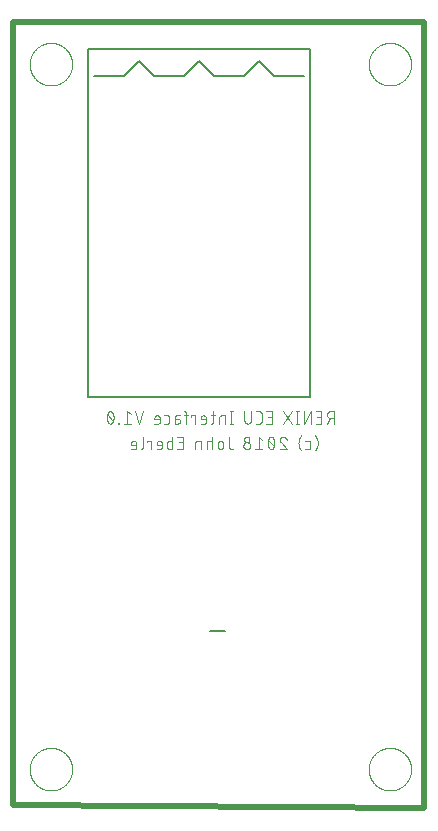
<source format=gbo>
G75*
%MOIN*%
%OFA0B0*%
%FSLAX25Y25*%
%IPPOS*%
%LPD*%
%AMOC8*
5,1,8,0,0,1.08239X$1,22.5*
%
%ADD10C,0.02000*%
%ADD11C,0.00400*%
%ADD12C,0.00000*%
%ADD13C,0.00500*%
%ADD14C,0.00800*%
D10*
X0002456Y0003000D02*
X0139456Y0002000D01*
X0139456Y0264000D01*
X0002456Y0264000D01*
X0002456Y0003000D01*
D11*
X0041656Y0121700D02*
X0042795Y0121700D01*
X0042846Y0121702D01*
X0042897Y0121708D01*
X0042947Y0121717D01*
X0042996Y0121730D01*
X0043045Y0121747D01*
X0043091Y0121768D01*
X0043137Y0121792D01*
X0043180Y0121819D01*
X0043221Y0121849D01*
X0043260Y0121882D01*
X0043296Y0121918D01*
X0043329Y0121957D01*
X0043359Y0121998D01*
X0043386Y0122042D01*
X0043410Y0122087D01*
X0043431Y0122133D01*
X0043448Y0122182D01*
X0043461Y0122231D01*
X0043470Y0122281D01*
X0043476Y0122332D01*
X0043478Y0122383D01*
X0043478Y0123522D01*
X0043478Y0123067D02*
X0041656Y0123067D01*
X0041656Y0123522D01*
X0041658Y0123582D01*
X0041664Y0123641D01*
X0041674Y0123700D01*
X0041687Y0123758D01*
X0041704Y0123815D01*
X0041725Y0123871D01*
X0041750Y0123925D01*
X0041778Y0123978D01*
X0041810Y0124028D01*
X0041844Y0124077D01*
X0041882Y0124123D01*
X0041923Y0124166D01*
X0041966Y0124207D01*
X0042012Y0124245D01*
X0042061Y0124279D01*
X0042112Y0124311D01*
X0042164Y0124339D01*
X0042218Y0124364D01*
X0042274Y0124385D01*
X0042331Y0124402D01*
X0042389Y0124415D01*
X0042448Y0124425D01*
X0042507Y0124431D01*
X0042567Y0124433D01*
X0042627Y0124431D01*
X0042686Y0124425D01*
X0042745Y0124415D01*
X0042803Y0124402D01*
X0042860Y0124385D01*
X0042916Y0124364D01*
X0042970Y0124339D01*
X0043023Y0124311D01*
X0043073Y0124279D01*
X0043122Y0124245D01*
X0043168Y0124207D01*
X0043211Y0124166D01*
X0043252Y0124123D01*
X0043290Y0124077D01*
X0043324Y0124028D01*
X0043356Y0123978D01*
X0043384Y0123925D01*
X0043409Y0123871D01*
X0043430Y0123815D01*
X0043447Y0123758D01*
X0043460Y0123700D01*
X0043470Y0123641D01*
X0043476Y0123582D01*
X0043478Y0123522D01*
X0044906Y0121700D02*
X0044957Y0121702D01*
X0045008Y0121708D01*
X0045058Y0121717D01*
X0045107Y0121730D01*
X0045156Y0121747D01*
X0045202Y0121768D01*
X0045248Y0121792D01*
X0045291Y0121819D01*
X0045332Y0121849D01*
X0045371Y0121882D01*
X0045407Y0121918D01*
X0045440Y0121957D01*
X0045470Y0121998D01*
X0045497Y0122042D01*
X0045521Y0122087D01*
X0045542Y0122133D01*
X0045559Y0122182D01*
X0045572Y0122231D01*
X0045581Y0122281D01*
X0045587Y0122332D01*
X0045589Y0122383D01*
X0045590Y0122383D02*
X0045590Y0125800D01*
X0046947Y0124433D02*
X0046947Y0123978D01*
X0046947Y0124433D02*
X0048313Y0124433D01*
X0048313Y0121700D01*
X0050161Y0121700D02*
X0051300Y0121700D01*
X0051351Y0121702D01*
X0051402Y0121708D01*
X0051452Y0121717D01*
X0051501Y0121730D01*
X0051550Y0121747D01*
X0051596Y0121768D01*
X0051642Y0121792D01*
X0051685Y0121819D01*
X0051726Y0121849D01*
X0051765Y0121882D01*
X0051801Y0121918D01*
X0051834Y0121957D01*
X0051864Y0121998D01*
X0051891Y0122042D01*
X0051915Y0122087D01*
X0051936Y0122133D01*
X0051953Y0122182D01*
X0051966Y0122231D01*
X0051975Y0122281D01*
X0051981Y0122332D01*
X0051983Y0122383D01*
X0051983Y0123522D01*
X0051983Y0123067D02*
X0050161Y0123067D01*
X0050161Y0123522D01*
X0050163Y0123582D01*
X0050169Y0123641D01*
X0050179Y0123700D01*
X0050192Y0123758D01*
X0050209Y0123815D01*
X0050230Y0123871D01*
X0050255Y0123925D01*
X0050283Y0123978D01*
X0050315Y0124028D01*
X0050349Y0124077D01*
X0050387Y0124123D01*
X0050428Y0124166D01*
X0050471Y0124207D01*
X0050517Y0124245D01*
X0050566Y0124279D01*
X0050617Y0124311D01*
X0050669Y0124339D01*
X0050723Y0124364D01*
X0050779Y0124385D01*
X0050836Y0124402D01*
X0050894Y0124415D01*
X0050953Y0124425D01*
X0051012Y0124431D01*
X0051072Y0124433D01*
X0051132Y0124431D01*
X0051191Y0124425D01*
X0051250Y0124415D01*
X0051308Y0124402D01*
X0051365Y0124385D01*
X0051421Y0124364D01*
X0051475Y0124339D01*
X0051528Y0124311D01*
X0051578Y0124279D01*
X0051627Y0124245D01*
X0051673Y0124207D01*
X0051716Y0124166D01*
X0051757Y0124123D01*
X0051795Y0124077D01*
X0051829Y0124028D01*
X0051861Y0123978D01*
X0051889Y0123925D01*
X0051914Y0123871D01*
X0051935Y0123815D01*
X0051952Y0123758D01*
X0051965Y0123700D01*
X0051975Y0123641D01*
X0051981Y0123582D01*
X0051983Y0123522D01*
X0053649Y0123750D02*
X0053649Y0122383D01*
X0053651Y0122332D01*
X0053657Y0122281D01*
X0053666Y0122231D01*
X0053679Y0122182D01*
X0053696Y0122133D01*
X0053717Y0122087D01*
X0053741Y0122041D01*
X0053768Y0121998D01*
X0053798Y0121957D01*
X0053831Y0121918D01*
X0053867Y0121882D01*
X0053906Y0121849D01*
X0053947Y0121819D01*
X0053991Y0121792D01*
X0054036Y0121768D01*
X0054082Y0121747D01*
X0054131Y0121730D01*
X0054180Y0121717D01*
X0054230Y0121708D01*
X0054281Y0121702D01*
X0054332Y0121700D01*
X0055471Y0121700D01*
X0055471Y0125800D01*
X0055471Y0124433D02*
X0054332Y0124433D01*
X0054281Y0124431D01*
X0054230Y0124425D01*
X0054180Y0124416D01*
X0054131Y0124403D01*
X0054082Y0124386D01*
X0054036Y0124365D01*
X0053991Y0124341D01*
X0053947Y0124314D01*
X0053906Y0124284D01*
X0053867Y0124251D01*
X0053831Y0124215D01*
X0053798Y0124176D01*
X0053768Y0124135D01*
X0053741Y0124092D01*
X0053717Y0124046D01*
X0053696Y0124000D01*
X0053679Y0123951D01*
X0053666Y0123902D01*
X0053657Y0123852D01*
X0053651Y0123801D01*
X0053649Y0123750D01*
X0053693Y0130200D02*
X0052782Y0130200D01*
X0053693Y0130200D02*
X0053744Y0130202D01*
X0053795Y0130208D01*
X0053845Y0130217D01*
X0053894Y0130230D01*
X0053943Y0130247D01*
X0053989Y0130268D01*
X0054035Y0130292D01*
X0054078Y0130319D01*
X0054119Y0130349D01*
X0054158Y0130382D01*
X0054194Y0130418D01*
X0054227Y0130457D01*
X0054257Y0130498D01*
X0054284Y0130542D01*
X0054308Y0130587D01*
X0054329Y0130633D01*
X0054346Y0130682D01*
X0054359Y0130731D01*
X0054368Y0130781D01*
X0054374Y0130832D01*
X0054376Y0130883D01*
X0054376Y0132250D01*
X0054374Y0132301D01*
X0054368Y0132352D01*
X0054359Y0132402D01*
X0054346Y0132451D01*
X0054329Y0132500D01*
X0054308Y0132546D01*
X0054284Y0132592D01*
X0054257Y0132635D01*
X0054227Y0132676D01*
X0054194Y0132715D01*
X0054158Y0132751D01*
X0054119Y0132784D01*
X0054078Y0132814D01*
X0054035Y0132841D01*
X0053989Y0132865D01*
X0053943Y0132886D01*
X0053894Y0132903D01*
X0053845Y0132916D01*
X0053795Y0132925D01*
X0053744Y0132931D01*
X0053693Y0132933D01*
X0052782Y0132933D01*
X0051276Y0132022D02*
X0051276Y0130883D01*
X0051274Y0130832D01*
X0051268Y0130781D01*
X0051259Y0130731D01*
X0051246Y0130682D01*
X0051229Y0130633D01*
X0051208Y0130587D01*
X0051184Y0130542D01*
X0051157Y0130498D01*
X0051127Y0130457D01*
X0051094Y0130418D01*
X0051058Y0130382D01*
X0051019Y0130349D01*
X0050978Y0130319D01*
X0050935Y0130292D01*
X0050889Y0130268D01*
X0050843Y0130247D01*
X0050794Y0130230D01*
X0050745Y0130217D01*
X0050695Y0130208D01*
X0050644Y0130202D01*
X0050593Y0130200D01*
X0049454Y0130200D01*
X0049454Y0131567D02*
X0051276Y0131567D01*
X0051276Y0132022D02*
X0051274Y0132082D01*
X0051268Y0132141D01*
X0051258Y0132200D01*
X0051245Y0132258D01*
X0051228Y0132315D01*
X0051207Y0132371D01*
X0051182Y0132425D01*
X0051154Y0132478D01*
X0051122Y0132528D01*
X0051088Y0132577D01*
X0051050Y0132623D01*
X0051009Y0132666D01*
X0050966Y0132707D01*
X0050920Y0132745D01*
X0050871Y0132779D01*
X0050821Y0132811D01*
X0050768Y0132839D01*
X0050714Y0132864D01*
X0050658Y0132885D01*
X0050601Y0132902D01*
X0050543Y0132915D01*
X0050484Y0132925D01*
X0050425Y0132931D01*
X0050365Y0132933D01*
X0050305Y0132931D01*
X0050246Y0132925D01*
X0050187Y0132915D01*
X0050129Y0132902D01*
X0050072Y0132885D01*
X0050016Y0132864D01*
X0049962Y0132839D01*
X0049910Y0132811D01*
X0049859Y0132779D01*
X0049810Y0132745D01*
X0049764Y0132707D01*
X0049721Y0132666D01*
X0049680Y0132623D01*
X0049642Y0132577D01*
X0049608Y0132528D01*
X0049576Y0132478D01*
X0049548Y0132425D01*
X0049523Y0132371D01*
X0049502Y0132315D01*
X0049485Y0132258D01*
X0049472Y0132200D01*
X0049462Y0132141D01*
X0049456Y0132082D01*
X0049454Y0132022D01*
X0049454Y0131567D01*
X0045792Y0134300D02*
X0044425Y0130200D01*
X0043058Y0134300D01*
X0041514Y0133389D02*
X0040375Y0134300D01*
X0040375Y0130200D01*
X0041514Y0130200D02*
X0039236Y0130200D01*
X0037654Y0130200D02*
X0037654Y0130428D01*
X0037426Y0130428D01*
X0037426Y0130200D01*
X0037654Y0130200D01*
X0033908Y0130769D02*
X0033861Y0130869D01*
X0033818Y0130969D01*
X0033778Y0131071D01*
X0033742Y0131174D01*
X0033709Y0131279D01*
X0033679Y0131384D01*
X0033653Y0131490D01*
X0033630Y0131597D01*
X0033610Y0131705D01*
X0033594Y0131813D01*
X0033582Y0131922D01*
X0033573Y0132031D01*
X0033568Y0132141D01*
X0033566Y0132250D01*
X0035844Y0132250D02*
X0035842Y0132359D01*
X0035837Y0132469D01*
X0035828Y0132578D01*
X0035816Y0132687D01*
X0035800Y0132795D01*
X0035780Y0132903D01*
X0035757Y0133010D01*
X0035731Y0133116D01*
X0035701Y0133221D01*
X0035668Y0133326D01*
X0035632Y0133429D01*
X0035592Y0133531D01*
X0035549Y0133632D01*
X0035502Y0133731D01*
X0035502Y0133730D02*
X0035483Y0133782D01*
X0035460Y0133832D01*
X0035434Y0133880D01*
X0035405Y0133927D01*
X0035373Y0133972D01*
X0035338Y0134014D01*
X0035300Y0134054D01*
X0035260Y0134092D01*
X0035217Y0134127D01*
X0035172Y0134159D01*
X0035126Y0134188D01*
X0035077Y0134213D01*
X0035027Y0134236D01*
X0034975Y0134255D01*
X0034923Y0134271D01*
X0034869Y0134284D01*
X0034815Y0134293D01*
X0034760Y0134298D01*
X0034705Y0134300D01*
X0034650Y0134298D01*
X0034595Y0134293D01*
X0034541Y0134284D01*
X0034487Y0134271D01*
X0034435Y0134255D01*
X0034383Y0134236D01*
X0034333Y0134213D01*
X0034284Y0134188D01*
X0034238Y0134159D01*
X0034193Y0134127D01*
X0034150Y0134092D01*
X0034110Y0134054D01*
X0034072Y0134014D01*
X0034037Y0133972D01*
X0034005Y0133927D01*
X0033976Y0133880D01*
X0033950Y0133832D01*
X0033927Y0133782D01*
X0033908Y0133730D01*
X0033794Y0133389D02*
X0035616Y0131111D01*
X0034705Y0130200D02*
X0034650Y0130202D01*
X0034595Y0130207D01*
X0034541Y0130216D01*
X0034487Y0130229D01*
X0034435Y0130245D01*
X0034383Y0130264D01*
X0034333Y0130287D01*
X0034284Y0130312D01*
X0034238Y0130341D01*
X0034193Y0130373D01*
X0034150Y0130408D01*
X0034110Y0130446D01*
X0034072Y0130486D01*
X0034037Y0130528D01*
X0034005Y0130573D01*
X0033976Y0130620D01*
X0033950Y0130668D01*
X0033927Y0130718D01*
X0033908Y0130770D01*
X0034705Y0130200D02*
X0034760Y0130202D01*
X0034815Y0130207D01*
X0034869Y0130216D01*
X0034923Y0130229D01*
X0034975Y0130245D01*
X0035027Y0130264D01*
X0035077Y0130287D01*
X0035126Y0130312D01*
X0035172Y0130341D01*
X0035217Y0130373D01*
X0035260Y0130408D01*
X0035300Y0130446D01*
X0035338Y0130486D01*
X0035373Y0130528D01*
X0035405Y0130573D01*
X0035434Y0130620D01*
X0035460Y0130668D01*
X0035483Y0130718D01*
X0035502Y0130770D01*
X0033566Y0132250D02*
X0033568Y0132359D01*
X0033573Y0132469D01*
X0033582Y0132578D01*
X0033594Y0132687D01*
X0033610Y0132795D01*
X0033630Y0132903D01*
X0033653Y0133010D01*
X0033679Y0133116D01*
X0033709Y0133221D01*
X0033742Y0133326D01*
X0033778Y0133429D01*
X0033818Y0133531D01*
X0033861Y0133632D01*
X0033908Y0133731D01*
X0035844Y0132250D02*
X0035842Y0132141D01*
X0035837Y0132031D01*
X0035828Y0131922D01*
X0035816Y0131813D01*
X0035800Y0131705D01*
X0035780Y0131597D01*
X0035757Y0131490D01*
X0035731Y0131384D01*
X0035701Y0131279D01*
X0035668Y0131174D01*
X0035632Y0131071D01*
X0035592Y0130969D01*
X0035549Y0130869D01*
X0035502Y0130769D01*
X0056226Y0130200D02*
X0056226Y0132250D01*
X0056226Y0131794D02*
X0057251Y0131794D01*
X0056226Y0132250D02*
X0056228Y0132301D01*
X0056234Y0132352D01*
X0056243Y0132402D01*
X0056256Y0132451D01*
X0056273Y0132500D01*
X0056294Y0132546D01*
X0056318Y0132592D01*
X0056345Y0132635D01*
X0056375Y0132676D01*
X0056408Y0132715D01*
X0056444Y0132751D01*
X0056483Y0132784D01*
X0056524Y0132814D01*
X0056568Y0132841D01*
X0056613Y0132865D01*
X0056659Y0132886D01*
X0056708Y0132903D01*
X0056757Y0132916D01*
X0056807Y0132925D01*
X0056858Y0132931D01*
X0056909Y0132933D01*
X0057820Y0132933D01*
X0059191Y0132933D02*
X0060557Y0132933D01*
X0060102Y0133617D02*
X0060102Y0130200D01*
X0061629Y0132478D02*
X0061629Y0132933D01*
X0062996Y0132933D01*
X0062996Y0130200D01*
X0064844Y0130200D02*
X0065983Y0130200D01*
X0066034Y0130202D01*
X0066085Y0130208D01*
X0066135Y0130217D01*
X0066184Y0130230D01*
X0066233Y0130247D01*
X0066279Y0130268D01*
X0066325Y0130292D01*
X0066368Y0130319D01*
X0066409Y0130349D01*
X0066448Y0130382D01*
X0066484Y0130418D01*
X0066517Y0130457D01*
X0066547Y0130498D01*
X0066574Y0130542D01*
X0066598Y0130587D01*
X0066619Y0130633D01*
X0066636Y0130682D01*
X0066649Y0130731D01*
X0066658Y0130781D01*
X0066664Y0130832D01*
X0066666Y0130883D01*
X0066666Y0132022D01*
X0066666Y0131567D02*
X0064844Y0131567D01*
X0064844Y0132022D01*
X0064846Y0132082D01*
X0064852Y0132141D01*
X0064862Y0132200D01*
X0064875Y0132258D01*
X0064892Y0132315D01*
X0064913Y0132371D01*
X0064938Y0132425D01*
X0064966Y0132478D01*
X0064998Y0132528D01*
X0065032Y0132577D01*
X0065070Y0132623D01*
X0065111Y0132666D01*
X0065154Y0132707D01*
X0065200Y0132745D01*
X0065249Y0132779D01*
X0065300Y0132811D01*
X0065352Y0132839D01*
X0065406Y0132864D01*
X0065462Y0132885D01*
X0065519Y0132902D01*
X0065577Y0132915D01*
X0065636Y0132925D01*
X0065695Y0132931D01*
X0065755Y0132933D01*
X0065815Y0132931D01*
X0065874Y0132925D01*
X0065933Y0132915D01*
X0065991Y0132902D01*
X0066048Y0132885D01*
X0066104Y0132864D01*
X0066158Y0132839D01*
X0066211Y0132811D01*
X0066261Y0132779D01*
X0066310Y0132745D01*
X0066356Y0132707D01*
X0066399Y0132666D01*
X0066440Y0132623D01*
X0066478Y0132577D01*
X0066512Y0132528D01*
X0066544Y0132478D01*
X0066572Y0132425D01*
X0066597Y0132371D01*
X0066618Y0132315D01*
X0066635Y0132258D01*
X0066648Y0132200D01*
X0066658Y0132141D01*
X0066664Y0132082D01*
X0066666Y0132022D01*
X0068211Y0132933D02*
X0069578Y0132933D01*
X0069122Y0134300D02*
X0069122Y0130883D01*
X0069120Y0130832D01*
X0069114Y0130781D01*
X0069105Y0130731D01*
X0069092Y0130682D01*
X0069075Y0130633D01*
X0069054Y0130587D01*
X0069030Y0130542D01*
X0069003Y0130498D01*
X0068973Y0130457D01*
X0068940Y0130418D01*
X0068904Y0130382D01*
X0068865Y0130349D01*
X0068824Y0130319D01*
X0068781Y0130292D01*
X0068735Y0130268D01*
X0068689Y0130247D01*
X0068640Y0130230D01*
X0068591Y0130217D01*
X0068541Y0130208D01*
X0068490Y0130202D01*
X0068439Y0130200D01*
X0068211Y0130200D01*
X0068723Y0125800D02*
X0068723Y0121700D01*
X0066901Y0121700D02*
X0066901Y0123750D01*
X0066903Y0123801D01*
X0066909Y0123852D01*
X0066918Y0123902D01*
X0066931Y0123951D01*
X0066948Y0124000D01*
X0066969Y0124046D01*
X0066993Y0124092D01*
X0067020Y0124135D01*
X0067050Y0124176D01*
X0067083Y0124215D01*
X0067119Y0124251D01*
X0067158Y0124284D01*
X0067199Y0124314D01*
X0067243Y0124341D01*
X0067288Y0124365D01*
X0067334Y0124386D01*
X0067383Y0124403D01*
X0067432Y0124416D01*
X0067482Y0124425D01*
X0067533Y0124431D01*
X0067584Y0124433D01*
X0068723Y0124433D01*
X0070546Y0123522D02*
X0070546Y0122611D01*
X0070548Y0122551D01*
X0070554Y0122492D01*
X0070564Y0122433D01*
X0070577Y0122375D01*
X0070594Y0122318D01*
X0070615Y0122262D01*
X0070640Y0122208D01*
X0070668Y0122156D01*
X0070700Y0122105D01*
X0070734Y0122056D01*
X0070772Y0122010D01*
X0070813Y0121967D01*
X0070856Y0121926D01*
X0070902Y0121888D01*
X0070951Y0121854D01*
X0071002Y0121822D01*
X0071054Y0121794D01*
X0071108Y0121769D01*
X0071164Y0121748D01*
X0071221Y0121731D01*
X0071279Y0121718D01*
X0071338Y0121708D01*
X0071397Y0121702D01*
X0071457Y0121700D01*
X0071517Y0121702D01*
X0071576Y0121708D01*
X0071635Y0121718D01*
X0071693Y0121731D01*
X0071750Y0121748D01*
X0071806Y0121769D01*
X0071860Y0121794D01*
X0071913Y0121822D01*
X0071963Y0121854D01*
X0072012Y0121888D01*
X0072058Y0121926D01*
X0072101Y0121967D01*
X0072142Y0122010D01*
X0072180Y0122056D01*
X0072214Y0122105D01*
X0072246Y0122156D01*
X0072274Y0122208D01*
X0072299Y0122262D01*
X0072320Y0122318D01*
X0072337Y0122375D01*
X0072350Y0122433D01*
X0072360Y0122492D01*
X0072366Y0122551D01*
X0072368Y0122611D01*
X0072368Y0123522D01*
X0072366Y0123582D01*
X0072360Y0123641D01*
X0072350Y0123700D01*
X0072337Y0123758D01*
X0072320Y0123815D01*
X0072299Y0123871D01*
X0072274Y0123925D01*
X0072246Y0123978D01*
X0072214Y0124028D01*
X0072180Y0124077D01*
X0072142Y0124123D01*
X0072101Y0124166D01*
X0072058Y0124207D01*
X0072012Y0124245D01*
X0071963Y0124279D01*
X0071913Y0124311D01*
X0071860Y0124339D01*
X0071806Y0124364D01*
X0071750Y0124385D01*
X0071693Y0124402D01*
X0071635Y0124415D01*
X0071576Y0124425D01*
X0071517Y0124431D01*
X0071457Y0124433D01*
X0071397Y0124431D01*
X0071338Y0124425D01*
X0071279Y0124415D01*
X0071221Y0124402D01*
X0071164Y0124385D01*
X0071108Y0124364D01*
X0071054Y0124339D01*
X0071002Y0124311D01*
X0070951Y0124279D01*
X0070902Y0124245D01*
X0070856Y0124207D01*
X0070813Y0124166D01*
X0070772Y0124123D01*
X0070734Y0124077D01*
X0070700Y0124028D01*
X0070668Y0123978D01*
X0070640Y0123925D01*
X0070615Y0123871D01*
X0070594Y0123815D01*
X0070577Y0123758D01*
X0070564Y0123700D01*
X0070554Y0123641D01*
X0070548Y0123582D01*
X0070546Y0123522D01*
X0071054Y0130200D02*
X0071054Y0132250D01*
X0071056Y0132301D01*
X0071062Y0132352D01*
X0071071Y0132402D01*
X0071084Y0132451D01*
X0071101Y0132500D01*
X0071122Y0132546D01*
X0071146Y0132592D01*
X0071173Y0132635D01*
X0071203Y0132676D01*
X0071236Y0132715D01*
X0071272Y0132751D01*
X0071311Y0132784D01*
X0071352Y0132814D01*
X0071396Y0132841D01*
X0071441Y0132865D01*
X0071487Y0132886D01*
X0071536Y0132903D01*
X0071585Y0132916D01*
X0071635Y0132925D01*
X0071686Y0132931D01*
X0071737Y0132933D01*
X0072876Y0132933D01*
X0072876Y0130200D01*
X0074614Y0130200D02*
X0075525Y0130200D01*
X0075070Y0130200D02*
X0075070Y0134300D01*
X0075525Y0134300D02*
X0074614Y0134300D01*
X0074216Y0125800D02*
X0074216Y0122611D01*
X0074218Y0122551D01*
X0074224Y0122492D01*
X0074234Y0122433D01*
X0074247Y0122375D01*
X0074264Y0122318D01*
X0074285Y0122262D01*
X0074310Y0122208D01*
X0074338Y0122156D01*
X0074370Y0122105D01*
X0074404Y0122056D01*
X0074442Y0122010D01*
X0074483Y0121967D01*
X0074526Y0121926D01*
X0074572Y0121888D01*
X0074621Y0121854D01*
X0074672Y0121822D01*
X0074724Y0121794D01*
X0074778Y0121769D01*
X0074834Y0121748D01*
X0074891Y0121731D01*
X0074949Y0121718D01*
X0075008Y0121708D01*
X0075067Y0121702D01*
X0075127Y0121700D01*
X0075582Y0121700D01*
X0079093Y0122839D02*
X0079095Y0122773D01*
X0079101Y0122707D01*
X0079110Y0122641D01*
X0079124Y0122576D01*
X0079141Y0122512D01*
X0079162Y0122449D01*
X0079186Y0122388D01*
X0079214Y0122328D01*
X0079246Y0122270D01*
X0079280Y0122213D01*
X0079318Y0122159D01*
X0079359Y0122107D01*
X0079404Y0122057D01*
X0079450Y0122011D01*
X0079500Y0121966D01*
X0079552Y0121925D01*
X0079606Y0121887D01*
X0079663Y0121853D01*
X0079721Y0121821D01*
X0079781Y0121793D01*
X0079842Y0121769D01*
X0079905Y0121748D01*
X0079969Y0121731D01*
X0080034Y0121717D01*
X0080100Y0121708D01*
X0080166Y0121702D01*
X0080232Y0121700D01*
X0080298Y0121702D01*
X0080364Y0121708D01*
X0080430Y0121717D01*
X0080495Y0121731D01*
X0080559Y0121748D01*
X0080622Y0121769D01*
X0080683Y0121793D01*
X0080743Y0121821D01*
X0080802Y0121853D01*
X0080858Y0121887D01*
X0080912Y0121925D01*
X0080964Y0121966D01*
X0081014Y0122011D01*
X0081060Y0122057D01*
X0081105Y0122107D01*
X0081146Y0122159D01*
X0081184Y0122213D01*
X0081218Y0122270D01*
X0081250Y0122328D01*
X0081278Y0122388D01*
X0081302Y0122449D01*
X0081323Y0122512D01*
X0081340Y0122576D01*
X0081354Y0122641D01*
X0081363Y0122707D01*
X0081369Y0122773D01*
X0081371Y0122839D01*
X0081369Y0122905D01*
X0081363Y0122971D01*
X0081354Y0123037D01*
X0081340Y0123102D01*
X0081323Y0123166D01*
X0081302Y0123229D01*
X0081278Y0123290D01*
X0081250Y0123350D01*
X0081218Y0123409D01*
X0081184Y0123465D01*
X0081146Y0123519D01*
X0081105Y0123571D01*
X0081060Y0123621D01*
X0081014Y0123667D01*
X0080964Y0123712D01*
X0080912Y0123753D01*
X0080858Y0123791D01*
X0080802Y0123825D01*
X0080743Y0123857D01*
X0080683Y0123885D01*
X0080622Y0123909D01*
X0080559Y0123930D01*
X0080495Y0123947D01*
X0080430Y0123961D01*
X0080364Y0123970D01*
X0080298Y0123976D01*
X0080232Y0123978D01*
X0080166Y0123976D01*
X0080100Y0123970D01*
X0080034Y0123961D01*
X0079969Y0123947D01*
X0079905Y0123930D01*
X0079842Y0123909D01*
X0079781Y0123885D01*
X0079721Y0123857D01*
X0079663Y0123825D01*
X0079606Y0123791D01*
X0079552Y0123753D01*
X0079500Y0123712D01*
X0079450Y0123667D01*
X0079404Y0123621D01*
X0079359Y0123571D01*
X0079318Y0123519D01*
X0079280Y0123465D01*
X0079246Y0123409D01*
X0079214Y0123350D01*
X0079186Y0123290D01*
X0079162Y0123229D01*
X0079141Y0123166D01*
X0079124Y0123102D01*
X0079110Y0123037D01*
X0079101Y0122971D01*
X0079095Y0122905D01*
X0079093Y0122839D01*
X0079321Y0124889D02*
X0079323Y0124829D01*
X0079329Y0124770D01*
X0079339Y0124711D01*
X0079352Y0124653D01*
X0079369Y0124596D01*
X0079390Y0124540D01*
X0079415Y0124486D01*
X0079443Y0124434D01*
X0079475Y0124383D01*
X0079509Y0124334D01*
X0079547Y0124288D01*
X0079588Y0124245D01*
X0079631Y0124204D01*
X0079677Y0124166D01*
X0079726Y0124132D01*
X0079777Y0124100D01*
X0079829Y0124072D01*
X0079883Y0124047D01*
X0079939Y0124026D01*
X0079996Y0124009D01*
X0080054Y0123996D01*
X0080113Y0123986D01*
X0080172Y0123980D01*
X0080232Y0123978D01*
X0080292Y0123980D01*
X0080351Y0123986D01*
X0080410Y0123996D01*
X0080468Y0124009D01*
X0080525Y0124026D01*
X0080581Y0124047D01*
X0080635Y0124072D01*
X0080688Y0124100D01*
X0080738Y0124132D01*
X0080787Y0124166D01*
X0080833Y0124204D01*
X0080876Y0124245D01*
X0080917Y0124288D01*
X0080955Y0124334D01*
X0080989Y0124383D01*
X0081021Y0124434D01*
X0081049Y0124486D01*
X0081074Y0124540D01*
X0081095Y0124596D01*
X0081112Y0124653D01*
X0081125Y0124711D01*
X0081135Y0124770D01*
X0081141Y0124829D01*
X0081143Y0124889D01*
X0081141Y0124949D01*
X0081135Y0125008D01*
X0081125Y0125067D01*
X0081112Y0125125D01*
X0081095Y0125182D01*
X0081074Y0125238D01*
X0081049Y0125292D01*
X0081021Y0125345D01*
X0080989Y0125395D01*
X0080955Y0125444D01*
X0080917Y0125490D01*
X0080876Y0125533D01*
X0080833Y0125574D01*
X0080787Y0125612D01*
X0080738Y0125646D01*
X0080688Y0125678D01*
X0080635Y0125706D01*
X0080581Y0125731D01*
X0080525Y0125752D01*
X0080468Y0125769D01*
X0080410Y0125782D01*
X0080351Y0125792D01*
X0080292Y0125798D01*
X0080232Y0125800D01*
X0080172Y0125798D01*
X0080113Y0125792D01*
X0080054Y0125782D01*
X0079996Y0125769D01*
X0079939Y0125752D01*
X0079883Y0125731D01*
X0079829Y0125706D01*
X0079777Y0125678D01*
X0079726Y0125646D01*
X0079677Y0125612D01*
X0079631Y0125574D01*
X0079588Y0125533D01*
X0079547Y0125490D01*
X0079509Y0125444D01*
X0079475Y0125395D01*
X0079443Y0125345D01*
X0079415Y0125292D01*
X0079390Y0125238D01*
X0079369Y0125182D01*
X0079352Y0125125D01*
X0079339Y0125067D01*
X0079329Y0125008D01*
X0079323Y0124949D01*
X0079321Y0124889D01*
X0083143Y0121700D02*
X0085421Y0121700D01*
X0084282Y0121700D02*
X0084282Y0125800D01*
X0085421Y0124889D01*
X0089471Y0123750D02*
X0089469Y0123641D01*
X0089464Y0123531D01*
X0089455Y0123422D01*
X0089443Y0123313D01*
X0089427Y0123205D01*
X0089407Y0123097D01*
X0089384Y0122990D01*
X0089358Y0122884D01*
X0089328Y0122779D01*
X0089295Y0122674D01*
X0089259Y0122571D01*
X0089219Y0122469D01*
X0089176Y0122369D01*
X0089129Y0122269D01*
X0089243Y0122611D02*
X0087421Y0124889D01*
X0087535Y0125230D02*
X0087554Y0125282D01*
X0087577Y0125332D01*
X0087603Y0125380D01*
X0087632Y0125427D01*
X0087664Y0125472D01*
X0087699Y0125514D01*
X0087737Y0125554D01*
X0087777Y0125592D01*
X0087820Y0125627D01*
X0087865Y0125659D01*
X0087911Y0125688D01*
X0087960Y0125713D01*
X0088010Y0125736D01*
X0088062Y0125755D01*
X0088114Y0125771D01*
X0088168Y0125784D01*
X0088222Y0125793D01*
X0088277Y0125798D01*
X0088332Y0125800D01*
X0088387Y0125798D01*
X0088442Y0125793D01*
X0088496Y0125784D01*
X0088550Y0125771D01*
X0088602Y0125755D01*
X0088654Y0125736D01*
X0088704Y0125713D01*
X0088753Y0125688D01*
X0088799Y0125659D01*
X0088844Y0125627D01*
X0088887Y0125592D01*
X0088927Y0125554D01*
X0088965Y0125514D01*
X0089000Y0125472D01*
X0089032Y0125427D01*
X0089061Y0125380D01*
X0089087Y0125332D01*
X0089110Y0125282D01*
X0089129Y0125230D01*
X0087535Y0125231D02*
X0087488Y0125132D01*
X0087445Y0125031D01*
X0087405Y0124929D01*
X0087369Y0124826D01*
X0087336Y0124721D01*
X0087306Y0124616D01*
X0087280Y0124510D01*
X0087257Y0124403D01*
X0087237Y0124295D01*
X0087221Y0124187D01*
X0087209Y0124078D01*
X0087200Y0123969D01*
X0087195Y0123859D01*
X0087193Y0123750D01*
X0089471Y0123750D02*
X0089469Y0123859D01*
X0089464Y0123969D01*
X0089455Y0124078D01*
X0089443Y0124187D01*
X0089427Y0124295D01*
X0089407Y0124403D01*
X0089384Y0124510D01*
X0089358Y0124616D01*
X0089328Y0124721D01*
X0089295Y0124826D01*
X0089259Y0124929D01*
X0089219Y0125031D01*
X0089176Y0125132D01*
X0089129Y0125231D01*
X0087193Y0123750D02*
X0087195Y0123641D01*
X0087200Y0123531D01*
X0087209Y0123422D01*
X0087221Y0123313D01*
X0087237Y0123205D01*
X0087257Y0123097D01*
X0087280Y0122990D01*
X0087306Y0122884D01*
X0087336Y0122779D01*
X0087369Y0122674D01*
X0087405Y0122571D01*
X0087445Y0122469D01*
X0087488Y0122369D01*
X0087535Y0122269D01*
X0087535Y0122270D02*
X0087554Y0122218D01*
X0087577Y0122168D01*
X0087603Y0122120D01*
X0087632Y0122073D01*
X0087664Y0122028D01*
X0087699Y0121986D01*
X0087737Y0121946D01*
X0087777Y0121908D01*
X0087820Y0121873D01*
X0087865Y0121841D01*
X0087911Y0121812D01*
X0087960Y0121787D01*
X0088010Y0121764D01*
X0088062Y0121745D01*
X0088114Y0121729D01*
X0088168Y0121716D01*
X0088222Y0121707D01*
X0088277Y0121702D01*
X0088332Y0121700D01*
X0088387Y0121702D01*
X0088442Y0121707D01*
X0088496Y0121716D01*
X0088550Y0121729D01*
X0088602Y0121745D01*
X0088654Y0121764D01*
X0088704Y0121787D01*
X0088753Y0121812D01*
X0088799Y0121841D01*
X0088844Y0121873D01*
X0088887Y0121908D01*
X0088927Y0121946D01*
X0088965Y0121986D01*
X0089000Y0122028D01*
X0089032Y0122073D01*
X0089061Y0122120D01*
X0089087Y0122168D01*
X0089110Y0122218D01*
X0089129Y0122270D01*
X0091243Y0121700D02*
X0093521Y0121700D01*
X0091585Y0123978D01*
X0092268Y0125800D02*
X0092337Y0125798D01*
X0092406Y0125793D01*
X0092474Y0125784D01*
X0092542Y0125771D01*
X0092609Y0125755D01*
X0092675Y0125735D01*
X0092740Y0125712D01*
X0092804Y0125686D01*
X0092866Y0125656D01*
X0092927Y0125623D01*
X0092986Y0125587D01*
X0093043Y0125548D01*
X0093097Y0125506D01*
X0093150Y0125461D01*
X0093200Y0125414D01*
X0093247Y0125364D01*
X0093292Y0125311D01*
X0093334Y0125256D01*
X0093373Y0125199D01*
X0093409Y0125141D01*
X0093442Y0125080D01*
X0093472Y0125018D01*
X0093498Y0124954D01*
X0093521Y0124889D01*
X0091585Y0123978D02*
X0091540Y0124023D01*
X0091498Y0124071D01*
X0091458Y0124121D01*
X0091422Y0124173D01*
X0091389Y0124227D01*
X0091359Y0124284D01*
X0091332Y0124341D01*
X0091309Y0124401D01*
X0091289Y0124461D01*
X0091272Y0124523D01*
X0091260Y0124585D01*
X0091250Y0124648D01*
X0091245Y0124711D01*
X0091243Y0124775D01*
X0091245Y0124837D01*
X0091250Y0124899D01*
X0091260Y0124960D01*
X0091273Y0125020D01*
X0091289Y0125080D01*
X0091310Y0125138D01*
X0091333Y0125196D01*
X0091360Y0125251D01*
X0091391Y0125305D01*
X0091424Y0125357D01*
X0091461Y0125407D01*
X0091501Y0125455D01*
X0091543Y0125500D01*
X0091588Y0125542D01*
X0091636Y0125582D01*
X0091686Y0125619D01*
X0091738Y0125652D01*
X0091792Y0125683D01*
X0091847Y0125710D01*
X0091905Y0125733D01*
X0091963Y0125754D01*
X0092023Y0125770D01*
X0092083Y0125783D01*
X0092144Y0125793D01*
X0092206Y0125798D01*
X0092268Y0125800D01*
X0092468Y0130200D02*
X0095201Y0134300D01*
X0096619Y0134300D02*
X0097530Y0134300D01*
X0097075Y0134300D02*
X0097075Y0130200D01*
X0097530Y0130200D02*
X0096619Y0130200D01*
X0095201Y0130200D02*
X0092468Y0134300D01*
X0088620Y0134300D02*
X0088620Y0130200D01*
X0086798Y0130200D01*
X0085266Y0131111D02*
X0085266Y0133389D01*
X0085264Y0133449D01*
X0085258Y0133508D01*
X0085248Y0133567D01*
X0085235Y0133625D01*
X0085218Y0133682D01*
X0085197Y0133738D01*
X0085172Y0133792D01*
X0085144Y0133844D01*
X0085112Y0133895D01*
X0085078Y0133944D01*
X0085040Y0133990D01*
X0084999Y0134033D01*
X0084956Y0134074D01*
X0084910Y0134112D01*
X0084861Y0134146D01*
X0084811Y0134178D01*
X0084758Y0134206D01*
X0084704Y0134231D01*
X0084648Y0134252D01*
X0084591Y0134269D01*
X0084533Y0134282D01*
X0084474Y0134292D01*
X0084415Y0134298D01*
X0084355Y0134300D01*
X0083444Y0134300D01*
X0081744Y0134300D02*
X0081744Y0131339D01*
X0081742Y0131273D01*
X0081736Y0131207D01*
X0081727Y0131141D01*
X0081713Y0131076D01*
X0081696Y0131012D01*
X0081675Y0130949D01*
X0081651Y0130888D01*
X0081623Y0130828D01*
X0081591Y0130770D01*
X0081557Y0130713D01*
X0081519Y0130659D01*
X0081478Y0130607D01*
X0081433Y0130557D01*
X0081387Y0130511D01*
X0081337Y0130466D01*
X0081285Y0130425D01*
X0081231Y0130387D01*
X0081175Y0130353D01*
X0081116Y0130321D01*
X0081056Y0130293D01*
X0080995Y0130269D01*
X0080932Y0130248D01*
X0080868Y0130231D01*
X0080803Y0130217D01*
X0080737Y0130208D01*
X0080671Y0130202D01*
X0080605Y0130200D01*
X0080539Y0130202D01*
X0080473Y0130208D01*
X0080407Y0130217D01*
X0080342Y0130231D01*
X0080278Y0130248D01*
X0080215Y0130269D01*
X0080154Y0130293D01*
X0080094Y0130321D01*
X0080036Y0130353D01*
X0079979Y0130387D01*
X0079925Y0130425D01*
X0079873Y0130466D01*
X0079823Y0130511D01*
X0079777Y0130557D01*
X0079732Y0130607D01*
X0079691Y0130659D01*
X0079653Y0130713D01*
X0079619Y0130770D01*
X0079587Y0130828D01*
X0079559Y0130888D01*
X0079535Y0130949D01*
X0079514Y0131012D01*
X0079497Y0131076D01*
X0079483Y0131141D01*
X0079474Y0131207D01*
X0079468Y0131273D01*
X0079466Y0131339D01*
X0079466Y0134300D01*
X0083444Y0130200D02*
X0084355Y0130200D01*
X0084415Y0130202D01*
X0084474Y0130208D01*
X0084533Y0130218D01*
X0084591Y0130231D01*
X0084648Y0130248D01*
X0084704Y0130269D01*
X0084758Y0130294D01*
X0084811Y0130322D01*
X0084861Y0130354D01*
X0084910Y0130388D01*
X0084956Y0130426D01*
X0084999Y0130467D01*
X0085040Y0130510D01*
X0085078Y0130556D01*
X0085112Y0130605D01*
X0085144Y0130656D01*
X0085172Y0130708D01*
X0085197Y0130762D01*
X0085218Y0130818D01*
X0085235Y0130875D01*
X0085248Y0130933D01*
X0085258Y0130992D01*
X0085264Y0131051D01*
X0085266Y0131111D01*
X0087254Y0132478D02*
X0088620Y0132478D01*
X0088620Y0134300D02*
X0086798Y0134300D01*
X0099311Y0134300D02*
X0099311Y0130200D01*
X0101589Y0134300D01*
X0101589Y0130200D01*
X0103268Y0130200D02*
X0105090Y0130200D01*
X0105090Y0134300D01*
X0103268Y0134300D01*
X0103723Y0132478D02*
X0105090Y0132478D01*
X0107889Y0132022D02*
X0106978Y0130200D01*
X0108117Y0132022D02*
X0109256Y0132022D01*
X0108117Y0132022D02*
X0108051Y0132024D01*
X0107985Y0132030D01*
X0107919Y0132039D01*
X0107854Y0132053D01*
X0107790Y0132070D01*
X0107727Y0132091D01*
X0107666Y0132115D01*
X0107606Y0132143D01*
X0107548Y0132175D01*
X0107491Y0132209D01*
X0107437Y0132247D01*
X0107385Y0132288D01*
X0107335Y0132333D01*
X0107289Y0132379D01*
X0107244Y0132429D01*
X0107203Y0132481D01*
X0107165Y0132535D01*
X0107131Y0132592D01*
X0107099Y0132650D01*
X0107071Y0132710D01*
X0107047Y0132771D01*
X0107026Y0132834D01*
X0107009Y0132898D01*
X0106995Y0132963D01*
X0106986Y0133029D01*
X0106980Y0133095D01*
X0106978Y0133161D01*
X0106980Y0133227D01*
X0106986Y0133293D01*
X0106995Y0133359D01*
X0107009Y0133424D01*
X0107026Y0133488D01*
X0107047Y0133551D01*
X0107071Y0133612D01*
X0107099Y0133672D01*
X0107131Y0133731D01*
X0107165Y0133787D01*
X0107203Y0133841D01*
X0107244Y0133893D01*
X0107289Y0133943D01*
X0107335Y0133989D01*
X0107385Y0134034D01*
X0107437Y0134075D01*
X0107491Y0134113D01*
X0107548Y0134147D01*
X0107606Y0134179D01*
X0107666Y0134207D01*
X0107727Y0134231D01*
X0107790Y0134252D01*
X0107854Y0134269D01*
X0107919Y0134283D01*
X0107985Y0134292D01*
X0108051Y0134298D01*
X0108117Y0134300D01*
X0109256Y0134300D01*
X0109256Y0130200D01*
X0101388Y0123750D02*
X0101388Y0122383D01*
X0101386Y0122332D01*
X0101380Y0122281D01*
X0101371Y0122231D01*
X0101358Y0122182D01*
X0101341Y0122133D01*
X0101320Y0122087D01*
X0101296Y0122042D01*
X0101269Y0121998D01*
X0101239Y0121957D01*
X0101206Y0121918D01*
X0101170Y0121882D01*
X0101131Y0121849D01*
X0101090Y0121819D01*
X0101047Y0121792D01*
X0101001Y0121768D01*
X0100955Y0121747D01*
X0100906Y0121730D01*
X0100857Y0121717D01*
X0100807Y0121708D01*
X0100756Y0121702D01*
X0100705Y0121700D01*
X0099794Y0121700D01*
X0102986Y0121244D02*
X0103064Y0121340D01*
X0103139Y0121439D01*
X0103210Y0121540D01*
X0103279Y0121643D01*
X0103344Y0121748D01*
X0103406Y0121855D01*
X0103464Y0121964D01*
X0103519Y0122075D01*
X0103570Y0122187D01*
X0103618Y0122301D01*
X0103662Y0122417D01*
X0103703Y0122534D01*
X0103739Y0122652D01*
X0103772Y0122771D01*
X0103801Y0122891D01*
X0103827Y0123012D01*
X0103848Y0123134D01*
X0103866Y0123257D01*
X0103879Y0123380D01*
X0103889Y0123503D01*
X0103895Y0123626D01*
X0103897Y0123750D01*
X0098383Y0121244D02*
X0098305Y0121340D01*
X0098230Y0121439D01*
X0098159Y0121540D01*
X0098090Y0121643D01*
X0098025Y0121748D01*
X0097963Y0121855D01*
X0097905Y0121964D01*
X0097850Y0122075D01*
X0097799Y0122187D01*
X0097751Y0122301D01*
X0097707Y0122417D01*
X0097666Y0122534D01*
X0097630Y0122652D01*
X0097597Y0122771D01*
X0097568Y0122891D01*
X0097542Y0123012D01*
X0097521Y0123134D01*
X0097503Y0123257D01*
X0097490Y0123379D01*
X0097480Y0123503D01*
X0097474Y0123626D01*
X0097472Y0123750D01*
X0099794Y0124433D02*
X0100705Y0124433D01*
X0100756Y0124431D01*
X0100807Y0124425D01*
X0100857Y0124416D01*
X0100906Y0124403D01*
X0100955Y0124386D01*
X0101001Y0124365D01*
X0101047Y0124341D01*
X0101090Y0124314D01*
X0101131Y0124284D01*
X0101170Y0124251D01*
X0101206Y0124215D01*
X0101239Y0124176D01*
X0101269Y0124135D01*
X0101296Y0124092D01*
X0101320Y0124046D01*
X0101341Y0124000D01*
X0101358Y0123951D01*
X0101371Y0123902D01*
X0101380Y0123852D01*
X0101386Y0123801D01*
X0101388Y0123750D01*
X0098383Y0126256D02*
X0098305Y0126160D01*
X0098230Y0126061D01*
X0098159Y0125960D01*
X0098090Y0125857D01*
X0098025Y0125752D01*
X0097963Y0125645D01*
X0097905Y0125536D01*
X0097850Y0125425D01*
X0097799Y0125313D01*
X0097751Y0125199D01*
X0097707Y0125083D01*
X0097666Y0124966D01*
X0097630Y0124848D01*
X0097597Y0124729D01*
X0097568Y0124609D01*
X0097542Y0124488D01*
X0097521Y0124366D01*
X0097503Y0124243D01*
X0097490Y0124121D01*
X0097480Y0123997D01*
X0097474Y0123874D01*
X0097472Y0123750D01*
X0102986Y0126256D02*
X0103064Y0126160D01*
X0103139Y0126061D01*
X0103210Y0125960D01*
X0103279Y0125857D01*
X0103344Y0125752D01*
X0103406Y0125645D01*
X0103464Y0125536D01*
X0103519Y0125425D01*
X0103570Y0125313D01*
X0103618Y0125199D01*
X0103662Y0125083D01*
X0103703Y0124966D01*
X0103739Y0124848D01*
X0103772Y0124729D01*
X0103801Y0124609D01*
X0103827Y0124488D01*
X0103848Y0124366D01*
X0103866Y0124243D01*
X0103879Y0124121D01*
X0103889Y0123997D01*
X0103895Y0123874D01*
X0103897Y0123750D01*
X0064943Y0124433D02*
X0064943Y0121700D01*
X0063121Y0121700D02*
X0063121Y0123750D01*
X0063123Y0123801D01*
X0063129Y0123852D01*
X0063138Y0123902D01*
X0063151Y0123951D01*
X0063168Y0124000D01*
X0063189Y0124046D01*
X0063213Y0124092D01*
X0063240Y0124135D01*
X0063270Y0124176D01*
X0063303Y0124215D01*
X0063339Y0124251D01*
X0063378Y0124284D01*
X0063419Y0124314D01*
X0063463Y0124341D01*
X0063508Y0124365D01*
X0063554Y0124386D01*
X0063603Y0124403D01*
X0063652Y0124416D01*
X0063702Y0124425D01*
X0063753Y0124431D01*
X0063804Y0124433D01*
X0064943Y0124433D01*
X0058952Y0123978D02*
X0057586Y0123978D01*
X0057130Y0125800D02*
X0058952Y0125800D01*
X0058952Y0121700D01*
X0057130Y0121700D01*
X0057251Y0130200D02*
X0056226Y0130200D01*
X0057251Y0130200D02*
X0057307Y0130202D01*
X0057362Y0130208D01*
X0057417Y0130217D01*
X0057471Y0130231D01*
X0057524Y0130248D01*
X0057575Y0130269D01*
X0057625Y0130293D01*
X0057673Y0130321D01*
X0057719Y0130352D01*
X0057763Y0130386D01*
X0057805Y0130424D01*
X0057843Y0130464D01*
X0057879Y0130506D01*
X0057912Y0130551D01*
X0057941Y0130599D01*
X0057967Y0130648D01*
X0057990Y0130698D01*
X0058009Y0130751D01*
X0058024Y0130804D01*
X0058036Y0130859D01*
X0058044Y0130914D01*
X0058048Y0130969D01*
X0058048Y0131025D01*
X0058044Y0131080D01*
X0058036Y0131135D01*
X0058024Y0131190D01*
X0058009Y0131243D01*
X0057990Y0131296D01*
X0057967Y0131346D01*
X0057941Y0131396D01*
X0057912Y0131443D01*
X0057879Y0131488D01*
X0057843Y0131530D01*
X0057805Y0131570D01*
X0057763Y0131608D01*
X0057719Y0131642D01*
X0057673Y0131673D01*
X0057625Y0131701D01*
X0057575Y0131725D01*
X0057524Y0131746D01*
X0057471Y0131763D01*
X0057417Y0131777D01*
X0057362Y0131786D01*
X0057307Y0131792D01*
X0057251Y0131794D01*
X0059191Y0134300D02*
X0059418Y0134300D01*
X0059469Y0134298D01*
X0059520Y0134292D01*
X0059570Y0134283D01*
X0059619Y0134270D01*
X0059668Y0134253D01*
X0059714Y0134232D01*
X0059760Y0134208D01*
X0059803Y0134181D01*
X0059844Y0134151D01*
X0059883Y0134118D01*
X0059919Y0134082D01*
X0059952Y0134043D01*
X0059982Y0134002D01*
X0060009Y0133958D01*
X0060033Y0133913D01*
X0060054Y0133867D01*
X0060071Y0133818D01*
X0060084Y0133769D01*
X0060093Y0133719D01*
X0060099Y0133668D01*
X0060101Y0133617D01*
D12*
X0007869Y0250000D02*
X0007871Y0250174D01*
X0007878Y0250348D01*
X0007888Y0250521D01*
X0007903Y0250695D01*
X0007922Y0250868D01*
X0007946Y0251040D01*
X0007973Y0251212D01*
X0008005Y0251383D01*
X0008041Y0251553D01*
X0008081Y0251722D01*
X0008126Y0251890D01*
X0008174Y0252057D01*
X0008227Y0252223D01*
X0008283Y0252388D01*
X0008344Y0252551D01*
X0008408Y0252712D01*
X0008477Y0252872D01*
X0008549Y0253030D01*
X0008626Y0253186D01*
X0008706Y0253341D01*
X0008790Y0253493D01*
X0008877Y0253643D01*
X0008969Y0253792D01*
X0009063Y0253937D01*
X0009162Y0254081D01*
X0009264Y0254222D01*
X0009369Y0254360D01*
X0009478Y0254496D01*
X0009590Y0254629D01*
X0009705Y0254759D01*
X0009823Y0254887D01*
X0009945Y0255011D01*
X0010069Y0255133D01*
X0010197Y0255251D01*
X0010327Y0255366D01*
X0010460Y0255478D01*
X0010596Y0255587D01*
X0010734Y0255692D01*
X0010875Y0255794D01*
X0011019Y0255893D01*
X0011164Y0255987D01*
X0011313Y0256079D01*
X0011463Y0256166D01*
X0011615Y0256250D01*
X0011770Y0256330D01*
X0011926Y0256407D01*
X0012084Y0256479D01*
X0012244Y0256548D01*
X0012405Y0256612D01*
X0012568Y0256673D01*
X0012733Y0256729D01*
X0012899Y0256782D01*
X0013066Y0256830D01*
X0013234Y0256875D01*
X0013403Y0256915D01*
X0013573Y0256951D01*
X0013744Y0256983D01*
X0013916Y0257010D01*
X0014088Y0257034D01*
X0014261Y0257053D01*
X0014435Y0257068D01*
X0014608Y0257078D01*
X0014782Y0257085D01*
X0014956Y0257087D01*
X0015130Y0257085D01*
X0015304Y0257078D01*
X0015477Y0257068D01*
X0015651Y0257053D01*
X0015824Y0257034D01*
X0015996Y0257010D01*
X0016168Y0256983D01*
X0016339Y0256951D01*
X0016509Y0256915D01*
X0016678Y0256875D01*
X0016846Y0256830D01*
X0017013Y0256782D01*
X0017179Y0256729D01*
X0017344Y0256673D01*
X0017507Y0256612D01*
X0017668Y0256548D01*
X0017828Y0256479D01*
X0017986Y0256407D01*
X0018142Y0256330D01*
X0018297Y0256250D01*
X0018449Y0256166D01*
X0018599Y0256079D01*
X0018748Y0255987D01*
X0018893Y0255893D01*
X0019037Y0255794D01*
X0019178Y0255692D01*
X0019316Y0255587D01*
X0019452Y0255478D01*
X0019585Y0255366D01*
X0019715Y0255251D01*
X0019843Y0255133D01*
X0019967Y0255011D01*
X0020089Y0254887D01*
X0020207Y0254759D01*
X0020322Y0254629D01*
X0020434Y0254496D01*
X0020543Y0254360D01*
X0020648Y0254222D01*
X0020750Y0254081D01*
X0020849Y0253937D01*
X0020943Y0253792D01*
X0021035Y0253643D01*
X0021122Y0253493D01*
X0021206Y0253341D01*
X0021286Y0253186D01*
X0021363Y0253030D01*
X0021435Y0252872D01*
X0021504Y0252712D01*
X0021568Y0252551D01*
X0021629Y0252388D01*
X0021685Y0252223D01*
X0021738Y0252057D01*
X0021786Y0251890D01*
X0021831Y0251722D01*
X0021871Y0251553D01*
X0021907Y0251383D01*
X0021939Y0251212D01*
X0021966Y0251040D01*
X0021990Y0250868D01*
X0022009Y0250695D01*
X0022024Y0250521D01*
X0022034Y0250348D01*
X0022041Y0250174D01*
X0022043Y0250000D01*
X0022041Y0249826D01*
X0022034Y0249652D01*
X0022024Y0249479D01*
X0022009Y0249305D01*
X0021990Y0249132D01*
X0021966Y0248960D01*
X0021939Y0248788D01*
X0021907Y0248617D01*
X0021871Y0248447D01*
X0021831Y0248278D01*
X0021786Y0248110D01*
X0021738Y0247943D01*
X0021685Y0247777D01*
X0021629Y0247612D01*
X0021568Y0247449D01*
X0021504Y0247288D01*
X0021435Y0247128D01*
X0021363Y0246970D01*
X0021286Y0246814D01*
X0021206Y0246659D01*
X0021122Y0246507D01*
X0021035Y0246357D01*
X0020943Y0246208D01*
X0020849Y0246063D01*
X0020750Y0245919D01*
X0020648Y0245778D01*
X0020543Y0245640D01*
X0020434Y0245504D01*
X0020322Y0245371D01*
X0020207Y0245241D01*
X0020089Y0245113D01*
X0019967Y0244989D01*
X0019843Y0244867D01*
X0019715Y0244749D01*
X0019585Y0244634D01*
X0019452Y0244522D01*
X0019316Y0244413D01*
X0019178Y0244308D01*
X0019037Y0244206D01*
X0018893Y0244107D01*
X0018748Y0244013D01*
X0018599Y0243921D01*
X0018449Y0243834D01*
X0018297Y0243750D01*
X0018142Y0243670D01*
X0017986Y0243593D01*
X0017828Y0243521D01*
X0017668Y0243452D01*
X0017507Y0243388D01*
X0017344Y0243327D01*
X0017179Y0243271D01*
X0017013Y0243218D01*
X0016846Y0243170D01*
X0016678Y0243125D01*
X0016509Y0243085D01*
X0016339Y0243049D01*
X0016168Y0243017D01*
X0015996Y0242990D01*
X0015824Y0242966D01*
X0015651Y0242947D01*
X0015477Y0242932D01*
X0015304Y0242922D01*
X0015130Y0242915D01*
X0014956Y0242913D01*
X0014782Y0242915D01*
X0014608Y0242922D01*
X0014435Y0242932D01*
X0014261Y0242947D01*
X0014088Y0242966D01*
X0013916Y0242990D01*
X0013744Y0243017D01*
X0013573Y0243049D01*
X0013403Y0243085D01*
X0013234Y0243125D01*
X0013066Y0243170D01*
X0012899Y0243218D01*
X0012733Y0243271D01*
X0012568Y0243327D01*
X0012405Y0243388D01*
X0012244Y0243452D01*
X0012084Y0243521D01*
X0011926Y0243593D01*
X0011770Y0243670D01*
X0011615Y0243750D01*
X0011463Y0243834D01*
X0011313Y0243921D01*
X0011164Y0244013D01*
X0011019Y0244107D01*
X0010875Y0244206D01*
X0010734Y0244308D01*
X0010596Y0244413D01*
X0010460Y0244522D01*
X0010327Y0244634D01*
X0010197Y0244749D01*
X0010069Y0244867D01*
X0009945Y0244989D01*
X0009823Y0245113D01*
X0009705Y0245241D01*
X0009590Y0245371D01*
X0009478Y0245504D01*
X0009369Y0245640D01*
X0009264Y0245778D01*
X0009162Y0245919D01*
X0009063Y0246063D01*
X0008969Y0246208D01*
X0008877Y0246357D01*
X0008790Y0246507D01*
X0008706Y0246659D01*
X0008626Y0246814D01*
X0008549Y0246970D01*
X0008477Y0247128D01*
X0008408Y0247288D01*
X0008344Y0247449D01*
X0008283Y0247612D01*
X0008227Y0247777D01*
X0008174Y0247943D01*
X0008126Y0248110D01*
X0008081Y0248278D01*
X0008041Y0248447D01*
X0008005Y0248617D01*
X0007973Y0248788D01*
X0007946Y0248960D01*
X0007922Y0249132D01*
X0007903Y0249305D01*
X0007888Y0249479D01*
X0007878Y0249652D01*
X0007871Y0249826D01*
X0007869Y0250000D01*
X0120869Y0250000D02*
X0120871Y0250174D01*
X0120878Y0250348D01*
X0120888Y0250521D01*
X0120903Y0250695D01*
X0120922Y0250868D01*
X0120946Y0251040D01*
X0120973Y0251212D01*
X0121005Y0251383D01*
X0121041Y0251553D01*
X0121081Y0251722D01*
X0121126Y0251890D01*
X0121174Y0252057D01*
X0121227Y0252223D01*
X0121283Y0252388D01*
X0121344Y0252551D01*
X0121408Y0252712D01*
X0121477Y0252872D01*
X0121549Y0253030D01*
X0121626Y0253186D01*
X0121706Y0253341D01*
X0121790Y0253493D01*
X0121877Y0253643D01*
X0121969Y0253792D01*
X0122063Y0253937D01*
X0122162Y0254081D01*
X0122264Y0254222D01*
X0122369Y0254360D01*
X0122478Y0254496D01*
X0122590Y0254629D01*
X0122705Y0254759D01*
X0122823Y0254887D01*
X0122945Y0255011D01*
X0123069Y0255133D01*
X0123197Y0255251D01*
X0123327Y0255366D01*
X0123460Y0255478D01*
X0123596Y0255587D01*
X0123734Y0255692D01*
X0123875Y0255794D01*
X0124019Y0255893D01*
X0124164Y0255987D01*
X0124313Y0256079D01*
X0124463Y0256166D01*
X0124615Y0256250D01*
X0124770Y0256330D01*
X0124926Y0256407D01*
X0125084Y0256479D01*
X0125244Y0256548D01*
X0125405Y0256612D01*
X0125568Y0256673D01*
X0125733Y0256729D01*
X0125899Y0256782D01*
X0126066Y0256830D01*
X0126234Y0256875D01*
X0126403Y0256915D01*
X0126573Y0256951D01*
X0126744Y0256983D01*
X0126916Y0257010D01*
X0127088Y0257034D01*
X0127261Y0257053D01*
X0127435Y0257068D01*
X0127608Y0257078D01*
X0127782Y0257085D01*
X0127956Y0257087D01*
X0128130Y0257085D01*
X0128304Y0257078D01*
X0128477Y0257068D01*
X0128651Y0257053D01*
X0128824Y0257034D01*
X0128996Y0257010D01*
X0129168Y0256983D01*
X0129339Y0256951D01*
X0129509Y0256915D01*
X0129678Y0256875D01*
X0129846Y0256830D01*
X0130013Y0256782D01*
X0130179Y0256729D01*
X0130344Y0256673D01*
X0130507Y0256612D01*
X0130668Y0256548D01*
X0130828Y0256479D01*
X0130986Y0256407D01*
X0131142Y0256330D01*
X0131297Y0256250D01*
X0131449Y0256166D01*
X0131599Y0256079D01*
X0131748Y0255987D01*
X0131893Y0255893D01*
X0132037Y0255794D01*
X0132178Y0255692D01*
X0132316Y0255587D01*
X0132452Y0255478D01*
X0132585Y0255366D01*
X0132715Y0255251D01*
X0132843Y0255133D01*
X0132967Y0255011D01*
X0133089Y0254887D01*
X0133207Y0254759D01*
X0133322Y0254629D01*
X0133434Y0254496D01*
X0133543Y0254360D01*
X0133648Y0254222D01*
X0133750Y0254081D01*
X0133849Y0253937D01*
X0133943Y0253792D01*
X0134035Y0253643D01*
X0134122Y0253493D01*
X0134206Y0253341D01*
X0134286Y0253186D01*
X0134363Y0253030D01*
X0134435Y0252872D01*
X0134504Y0252712D01*
X0134568Y0252551D01*
X0134629Y0252388D01*
X0134685Y0252223D01*
X0134738Y0252057D01*
X0134786Y0251890D01*
X0134831Y0251722D01*
X0134871Y0251553D01*
X0134907Y0251383D01*
X0134939Y0251212D01*
X0134966Y0251040D01*
X0134990Y0250868D01*
X0135009Y0250695D01*
X0135024Y0250521D01*
X0135034Y0250348D01*
X0135041Y0250174D01*
X0135043Y0250000D01*
X0135041Y0249826D01*
X0135034Y0249652D01*
X0135024Y0249479D01*
X0135009Y0249305D01*
X0134990Y0249132D01*
X0134966Y0248960D01*
X0134939Y0248788D01*
X0134907Y0248617D01*
X0134871Y0248447D01*
X0134831Y0248278D01*
X0134786Y0248110D01*
X0134738Y0247943D01*
X0134685Y0247777D01*
X0134629Y0247612D01*
X0134568Y0247449D01*
X0134504Y0247288D01*
X0134435Y0247128D01*
X0134363Y0246970D01*
X0134286Y0246814D01*
X0134206Y0246659D01*
X0134122Y0246507D01*
X0134035Y0246357D01*
X0133943Y0246208D01*
X0133849Y0246063D01*
X0133750Y0245919D01*
X0133648Y0245778D01*
X0133543Y0245640D01*
X0133434Y0245504D01*
X0133322Y0245371D01*
X0133207Y0245241D01*
X0133089Y0245113D01*
X0132967Y0244989D01*
X0132843Y0244867D01*
X0132715Y0244749D01*
X0132585Y0244634D01*
X0132452Y0244522D01*
X0132316Y0244413D01*
X0132178Y0244308D01*
X0132037Y0244206D01*
X0131893Y0244107D01*
X0131748Y0244013D01*
X0131599Y0243921D01*
X0131449Y0243834D01*
X0131297Y0243750D01*
X0131142Y0243670D01*
X0130986Y0243593D01*
X0130828Y0243521D01*
X0130668Y0243452D01*
X0130507Y0243388D01*
X0130344Y0243327D01*
X0130179Y0243271D01*
X0130013Y0243218D01*
X0129846Y0243170D01*
X0129678Y0243125D01*
X0129509Y0243085D01*
X0129339Y0243049D01*
X0129168Y0243017D01*
X0128996Y0242990D01*
X0128824Y0242966D01*
X0128651Y0242947D01*
X0128477Y0242932D01*
X0128304Y0242922D01*
X0128130Y0242915D01*
X0127956Y0242913D01*
X0127782Y0242915D01*
X0127608Y0242922D01*
X0127435Y0242932D01*
X0127261Y0242947D01*
X0127088Y0242966D01*
X0126916Y0242990D01*
X0126744Y0243017D01*
X0126573Y0243049D01*
X0126403Y0243085D01*
X0126234Y0243125D01*
X0126066Y0243170D01*
X0125899Y0243218D01*
X0125733Y0243271D01*
X0125568Y0243327D01*
X0125405Y0243388D01*
X0125244Y0243452D01*
X0125084Y0243521D01*
X0124926Y0243593D01*
X0124770Y0243670D01*
X0124615Y0243750D01*
X0124463Y0243834D01*
X0124313Y0243921D01*
X0124164Y0244013D01*
X0124019Y0244107D01*
X0123875Y0244206D01*
X0123734Y0244308D01*
X0123596Y0244413D01*
X0123460Y0244522D01*
X0123327Y0244634D01*
X0123197Y0244749D01*
X0123069Y0244867D01*
X0122945Y0244989D01*
X0122823Y0245113D01*
X0122705Y0245241D01*
X0122590Y0245371D01*
X0122478Y0245504D01*
X0122369Y0245640D01*
X0122264Y0245778D01*
X0122162Y0245919D01*
X0122063Y0246063D01*
X0121969Y0246208D01*
X0121877Y0246357D01*
X0121790Y0246507D01*
X0121706Y0246659D01*
X0121626Y0246814D01*
X0121549Y0246970D01*
X0121477Y0247128D01*
X0121408Y0247288D01*
X0121344Y0247449D01*
X0121283Y0247612D01*
X0121227Y0247777D01*
X0121174Y0247943D01*
X0121126Y0248110D01*
X0121081Y0248278D01*
X0121041Y0248447D01*
X0121005Y0248617D01*
X0120973Y0248788D01*
X0120946Y0248960D01*
X0120922Y0249132D01*
X0120903Y0249305D01*
X0120888Y0249479D01*
X0120878Y0249652D01*
X0120871Y0249826D01*
X0120869Y0250000D01*
X0120869Y0015000D02*
X0120871Y0015174D01*
X0120878Y0015348D01*
X0120888Y0015521D01*
X0120903Y0015695D01*
X0120922Y0015868D01*
X0120946Y0016040D01*
X0120973Y0016212D01*
X0121005Y0016383D01*
X0121041Y0016553D01*
X0121081Y0016722D01*
X0121126Y0016890D01*
X0121174Y0017057D01*
X0121227Y0017223D01*
X0121283Y0017388D01*
X0121344Y0017551D01*
X0121408Y0017712D01*
X0121477Y0017872D01*
X0121549Y0018030D01*
X0121626Y0018186D01*
X0121706Y0018341D01*
X0121790Y0018493D01*
X0121877Y0018643D01*
X0121969Y0018792D01*
X0122063Y0018937D01*
X0122162Y0019081D01*
X0122264Y0019222D01*
X0122369Y0019360D01*
X0122478Y0019496D01*
X0122590Y0019629D01*
X0122705Y0019759D01*
X0122823Y0019887D01*
X0122945Y0020011D01*
X0123069Y0020133D01*
X0123197Y0020251D01*
X0123327Y0020366D01*
X0123460Y0020478D01*
X0123596Y0020587D01*
X0123734Y0020692D01*
X0123875Y0020794D01*
X0124019Y0020893D01*
X0124164Y0020987D01*
X0124313Y0021079D01*
X0124463Y0021166D01*
X0124615Y0021250D01*
X0124770Y0021330D01*
X0124926Y0021407D01*
X0125084Y0021479D01*
X0125244Y0021548D01*
X0125405Y0021612D01*
X0125568Y0021673D01*
X0125733Y0021729D01*
X0125899Y0021782D01*
X0126066Y0021830D01*
X0126234Y0021875D01*
X0126403Y0021915D01*
X0126573Y0021951D01*
X0126744Y0021983D01*
X0126916Y0022010D01*
X0127088Y0022034D01*
X0127261Y0022053D01*
X0127435Y0022068D01*
X0127608Y0022078D01*
X0127782Y0022085D01*
X0127956Y0022087D01*
X0128130Y0022085D01*
X0128304Y0022078D01*
X0128477Y0022068D01*
X0128651Y0022053D01*
X0128824Y0022034D01*
X0128996Y0022010D01*
X0129168Y0021983D01*
X0129339Y0021951D01*
X0129509Y0021915D01*
X0129678Y0021875D01*
X0129846Y0021830D01*
X0130013Y0021782D01*
X0130179Y0021729D01*
X0130344Y0021673D01*
X0130507Y0021612D01*
X0130668Y0021548D01*
X0130828Y0021479D01*
X0130986Y0021407D01*
X0131142Y0021330D01*
X0131297Y0021250D01*
X0131449Y0021166D01*
X0131599Y0021079D01*
X0131748Y0020987D01*
X0131893Y0020893D01*
X0132037Y0020794D01*
X0132178Y0020692D01*
X0132316Y0020587D01*
X0132452Y0020478D01*
X0132585Y0020366D01*
X0132715Y0020251D01*
X0132843Y0020133D01*
X0132967Y0020011D01*
X0133089Y0019887D01*
X0133207Y0019759D01*
X0133322Y0019629D01*
X0133434Y0019496D01*
X0133543Y0019360D01*
X0133648Y0019222D01*
X0133750Y0019081D01*
X0133849Y0018937D01*
X0133943Y0018792D01*
X0134035Y0018643D01*
X0134122Y0018493D01*
X0134206Y0018341D01*
X0134286Y0018186D01*
X0134363Y0018030D01*
X0134435Y0017872D01*
X0134504Y0017712D01*
X0134568Y0017551D01*
X0134629Y0017388D01*
X0134685Y0017223D01*
X0134738Y0017057D01*
X0134786Y0016890D01*
X0134831Y0016722D01*
X0134871Y0016553D01*
X0134907Y0016383D01*
X0134939Y0016212D01*
X0134966Y0016040D01*
X0134990Y0015868D01*
X0135009Y0015695D01*
X0135024Y0015521D01*
X0135034Y0015348D01*
X0135041Y0015174D01*
X0135043Y0015000D01*
X0135041Y0014826D01*
X0135034Y0014652D01*
X0135024Y0014479D01*
X0135009Y0014305D01*
X0134990Y0014132D01*
X0134966Y0013960D01*
X0134939Y0013788D01*
X0134907Y0013617D01*
X0134871Y0013447D01*
X0134831Y0013278D01*
X0134786Y0013110D01*
X0134738Y0012943D01*
X0134685Y0012777D01*
X0134629Y0012612D01*
X0134568Y0012449D01*
X0134504Y0012288D01*
X0134435Y0012128D01*
X0134363Y0011970D01*
X0134286Y0011814D01*
X0134206Y0011659D01*
X0134122Y0011507D01*
X0134035Y0011357D01*
X0133943Y0011208D01*
X0133849Y0011063D01*
X0133750Y0010919D01*
X0133648Y0010778D01*
X0133543Y0010640D01*
X0133434Y0010504D01*
X0133322Y0010371D01*
X0133207Y0010241D01*
X0133089Y0010113D01*
X0132967Y0009989D01*
X0132843Y0009867D01*
X0132715Y0009749D01*
X0132585Y0009634D01*
X0132452Y0009522D01*
X0132316Y0009413D01*
X0132178Y0009308D01*
X0132037Y0009206D01*
X0131893Y0009107D01*
X0131748Y0009013D01*
X0131599Y0008921D01*
X0131449Y0008834D01*
X0131297Y0008750D01*
X0131142Y0008670D01*
X0130986Y0008593D01*
X0130828Y0008521D01*
X0130668Y0008452D01*
X0130507Y0008388D01*
X0130344Y0008327D01*
X0130179Y0008271D01*
X0130013Y0008218D01*
X0129846Y0008170D01*
X0129678Y0008125D01*
X0129509Y0008085D01*
X0129339Y0008049D01*
X0129168Y0008017D01*
X0128996Y0007990D01*
X0128824Y0007966D01*
X0128651Y0007947D01*
X0128477Y0007932D01*
X0128304Y0007922D01*
X0128130Y0007915D01*
X0127956Y0007913D01*
X0127782Y0007915D01*
X0127608Y0007922D01*
X0127435Y0007932D01*
X0127261Y0007947D01*
X0127088Y0007966D01*
X0126916Y0007990D01*
X0126744Y0008017D01*
X0126573Y0008049D01*
X0126403Y0008085D01*
X0126234Y0008125D01*
X0126066Y0008170D01*
X0125899Y0008218D01*
X0125733Y0008271D01*
X0125568Y0008327D01*
X0125405Y0008388D01*
X0125244Y0008452D01*
X0125084Y0008521D01*
X0124926Y0008593D01*
X0124770Y0008670D01*
X0124615Y0008750D01*
X0124463Y0008834D01*
X0124313Y0008921D01*
X0124164Y0009013D01*
X0124019Y0009107D01*
X0123875Y0009206D01*
X0123734Y0009308D01*
X0123596Y0009413D01*
X0123460Y0009522D01*
X0123327Y0009634D01*
X0123197Y0009749D01*
X0123069Y0009867D01*
X0122945Y0009989D01*
X0122823Y0010113D01*
X0122705Y0010241D01*
X0122590Y0010371D01*
X0122478Y0010504D01*
X0122369Y0010640D01*
X0122264Y0010778D01*
X0122162Y0010919D01*
X0122063Y0011063D01*
X0121969Y0011208D01*
X0121877Y0011357D01*
X0121790Y0011507D01*
X0121706Y0011659D01*
X0121626Y0011814D01*
X0121549Y0011970D01*
X0121477Y0012128D01*
X0121408Y0012288D01*
X0121344Y0012449D01*
X0121283Y0012612D01*
X0121227Y0012777D01*
X0121174Y0012943D01*
X0121126Y0013110D01*
X0121081Y0013278D01*
X0121041Y0013447D01*
X0121005Y0013617D01*
X0120973Y0013788D01*
X0120946Y0013960D01*
X0120922Y0014132D01*
X0120903Y0014305D01*
X0120888Y0014479D01*
X0120878Y0014652D01*
X0120871Y0014826D01*
X0120869Y0015000D01*
X0007869Y0015000D02*
X0007871Y0015174D01*
X0007878Y0015348D01*
X0007888Y0015521D01*
X0007903Y0015695D01*
X0007922Y0015868D01*
X0007946Y0016040D01*
X0007973Y0016212D01*
X0008005Y0016383D01*
X0008041Y0016553D01*
X0008081Y0016722D01*
X0008126Y0016890D01*
X0008174Y0017057D01*
X0008227Y0017223D01*
X0008283Y0017388D01*
X0008344Y0017551D01*
X0008408Y0017712D01*
X0008477Y0017872D01*
X0008549Y0018030D01*
X0008626Y0018186D01*
X0008706Y0018341D01*
X0008790Y0018493D01*
X0008877Y0018643D01*
X0008969Y0018792D01*
X0009063Y0018937D01*
X0009162Y0019081D01*
X0009264Y0019222D01*
X0009369Y0019360D01*
X0009478Y0019496D01*
X0009590Y0019629D01*
X0009705Y0019759D01*
X0009823Y0019887D01*
X0009945Y0020011D01*
X0010069Y0020133D01*
X0010197Y0020251D01*
X0010327Y0020366D01*
X0010460Y0020478D01*
X0010596Y0020587D01*
X0010734Y0020692D01*
X0010875Y0020794D01*
X0011019Y0020893D01*
X0011164Y0020987D01*
X0011313Y0021079D01*
X0011463Y0021166D01*
X0011615Y0021250D01*
X0011770Y0021330D01*
X0011926Y0021407D01*
X0012084Y0021479D01*
X0012244Y0021548D01*
X0012405Y0021612D01*
X0012568Y0021673D01*
X0012733Y0021729D01*
X0012899Y0021782D01*
X0013066Y0021830D01*
X0013234Y0021875D01*
X0013403Y0021915D01*
X0013573Y0021951D01*
X0013744Y0021983D01*
X0013916Y0022010D01*
X0014088Y0022034D01*
X0014261Y0022053D01*
X0014435Y0022068D01*
X0014608Y0022078D01*
X0014782Y0022085D01*
X0014956Y0022087D01*
X0015130Y0022085D01*
X0015304Y0022078D01*
X0015477Y0022068D01*
X0015651Y0022053D01*
X0015824Y0022034D01*
X0015996Y0022010D01*
X0016168Y0021983D01*
X0016339Y0021951D01*
X0016509Y0021915D01*
X0016678Y0021875D01*
X0016846Y0021830D01*
X0017013Y0021782D01*
X0017179Y0021729D01*
X0017344Y0021673D01*
X0017507Y0021612D01*
X0017668Y0021548D01*
X0017828Y0021479D01*
X0017986Y0021407D01*
X0018142Y0021330D01*
X0018297Y0021250D01*
X0018449Y0021166D01*
X0018599Y0021079D01*
X0018748Y0020987D01*
X0018893Y0020893D01*
X0019037Y0020794D01*
X0019178Y0020692D01*
X0019316Y0020587D01*
X0019452Y0020478D01*
X0019585Y0020366D01*
X0019715Y0020251D01*
X0019843Y0020133D01*
X0019967Y0020011D01*
X0020089Y0019887D01*
X0020207Y0019759D01*
X0020322Y0019629D01*
X0020434Y0019496D01*
X0020543Y0019360D01*
X0020648Y0019222D01*
X0020750Y0019081D01*
X0020849Y0018937D01*
X0020943Y0018792D01*
X0021035Y0018643D01*
X0021122Y0018493D01*
X0021206Y0018341D01*
X0021286Y0018186D01*
X0021363Y0018030D01*
X0021435Y0017872D01*
X0021504Y0017712D01*
X0021568Y0017551D01*
X0021629Y0017388D01*
X0021685Y0017223D01*
X0021738Y0017057D01*
X0021786Y0016890D01*
X0021831Y0016722D01*
X0021871Y0016553D01*
X0021907Y0016383D01*
X0021939Y0016212D01*
X0021966Y0016040D01*
X0021990Y0015868D01*
X0022009Y0015695D01*
X0022024Y0015521D01*
X0022034Y0015348D01*
X0022041Y0015174D01*
X0022043Y0015000D01*
X0022041Y0014826D01*
X0022034Y0014652D01*
X0022024Y0014479D01*
X0022009Y0014305D01*
X0021990Y0014132D01*
X0021966Y0013960D01*
X0021939Y0013788D01*
X0021907Y0013617D01*
X0021871Y0013447D01*
X0021831Y0013278D01*
X0021786Y0013110D01*
X0021738Y0012943D01*
X0021685Y0012777D01*
X0021629Y0012612D01*
X0021568Y0012449D01*
X0021504Y0012288D01*
X0021435Y0012128D01*
X0021363Y0011970D01*
X0021286Y0011814D01*
X0021206Y0011659D01*
X0021122Y0011507D01*
X0021035Y0011357D01*
X0020943Y0011208D01*
X0020849Y0011063D01*
X0020750Y0010919D01*
X0020648Y0010778D01*
X0020543Y0010640D01*
X0020434Y0010504D01*
X0020322Y0010371D01*
X0020207Y0010241D01*
X0020089Y0010113D01*
X0019967Y0009989D01*
X0019843Y0009867D01*
X0019715Y0009749D01*
X0019585Y0009634D01*
X0019452Y0009522D01*
X0019316Y0009413D01*
X0019178Y0009308D01*
X0019037Y0009206D01*
X0018893Y0009107D01*
X0018748Y0009013D01*
X0018599Y0008921D01*
X0018449Y0008834D01*
X0018297Y0008750D01*
X0018142Y0008670D01*
X0017986Y0008593D01*
X0017828Y0008521D01*
X0017668Y0008452D01*
X0017507Y0008388D01*
X0017344Y0008327D01*
X0017179Y0008271D01*
X0017013Y0008218D01*
X0016846Y0008170D01*
X0016678Y0008125D01*
X0016509Y0008085D01*
X0016339Y0008049D01*
X0016168Y0008017D01*
X0015996Y0007990D01*
X0015824Y0007966D01*
X0015651Y0007947D01*
X0015477Y0007932D01*
X0015304Y0007922D01*
X0015130Y0007915D01*
X0014956Y0007913D01*
X0014782Y0007915D01*
X0014608Y0007922D01*
X0014435Y0007932D01*
X0014261Y0007947D01*
X0014088Y0007966D01*
X0013916Y0007990D01*
X0013744Y0008017D01*
X0013573Y0008049D01*
X0013403Y0008085D01*
X0013234Y0008125D01*
X0013066Y0008170D01*
X0012899Y0008218D01*
X0012733Y0008271D01*
X0012568Y0008327D01*
X0012405Y0008388D01*
X0012244Y0008452D01*
X0012084Y0008521D01*
X0011926Y0008593D01*
X0011770Y0008670D01*
X0011615Y0008750D01*
X0011463Y0008834D01*
X0011313Y0008921D01*
X0011164Y0009013D01*
X0011019Y0009107D01*
X0010875Y0009206D01*
X0010734Y0009308D01*
X0010596Y0009413D01*
X0010460Y0009522D01*
X0010327Y0009634D01*
X0010197Y0009749D01*
X0010069Y0009867D01*
X0009945Y0009989D01*
X0009823Y0010113D01*
X0009705Y0010241D01*
X0009590Y0010371D01*
X0009478Y0010504D01*
X0009369Y0010640D01*
X0009264Y0010778D01*
X0009162Y0010919D01*
X0009063Y0011063D01*
X0008969Y0011208D01*
X0008877Y0011357D01*
X0008790Y0011507D01*
X0008706Y0011659D01*
X0008626Y0011814D01*
X0008549Y0011970D01*
X0008477Y0012128D01*
X0008408Y0012288D01*
X0008344Y0012449D01*
X0008283Y0012612D01*
X0008227Y0012777D01*
X0008174Y0012943D01*
X0008126Y0013110D01*
X0008081Y0013278D01*
X0008041Y0013447D01*
X0008005Y0013617D01*
X0007973Y0013788D01*
X0007946Y0013960D01*
X0007922Y0014132D01*
X0007903Y0014305D01*
X0007888Y0014479D01*
X0007878Y0014652D01*
X0007871Y0014826D01*
X0007869Y0015000D01*
D13*
X0027456Y0139000D02*
X0101456Y0139000D01*
X0101456Y0255000D01*
X0027456Y0255000D01*
X0027456Y0139000D01*
X0029456Y0246000D02*
X0039456Y0246000D01*
X0044456Y0251000D01*
X0049456Y0246000D01*
X0059456Y0246000D01*
X0064456Y0251000D01*
X0069456Y0246000D01*
X0079456Y0246000D01*
X0084456Y0251000D01*
X0089456Y0246000D01*
X0099456Y0246000D01*
D14*
X0072956Y0061000D02*
X0067956Y0061000D01*
M02*

</source>
